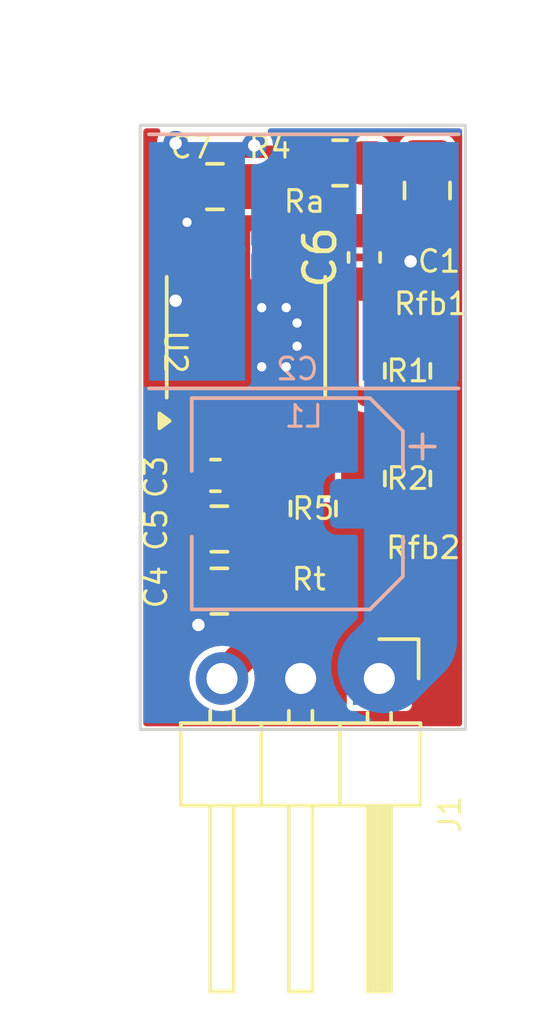
<source format=kicad_pcb>
(kicad_pcb (version 20240108) (generator "pcbnew") (generator_version "8.0")
  (title_block (comment 4 "AISLER Project ID: NTLNLRCI"))
  (layers (0 "F.Cu" signal) (31 "B.Cu" signal) (34 "B.Paste" user) (35 "F.Paste" user) (36 "B.SilkS" user "B.Silkscreen") (37 "F.SilkS" user "F.Silkscreen") (38 "B.Mask" user) (39 "F.Mask" user) (44 "Edge.Cuts" user))
  (net 0 "")
  (net 1 "+3.3V")
  (net 2 "GND")
  (net 3 "FB")
  (net 4 "SW")
  (net 5 "Net-(C1-Pad1)")
  (net 6 "Net-(U2-BST)")
  (net 7 "Net-(U2-RON)")
  (net 9 "VIN")
  (footprint "Package_SO:HSOP-8-1EP_3.9x4.9mm_P1.27mm_EP2.41x3.1mm_ThermalVias" (layer "F.Cu") (at 142.1 98.46 90)
    (property "Reference" "U2" (at -0.473 -2.273 -90) (layer "F.SilkS") (effects (font (size 0.7 0.7) (thickness 0.1))))
    (property "Value" "LM5163DDAR")
    (fp_line (start 0 -2.56) (end 1.95 -2.56) (stroke (width 0.12)) (layer "F.SilkS"))
    (fp_line (start 0 -2.56) (end -1.95 -2.56) (stroke (width 0.12)) (layer "F.SilkS"))
    (fp_line (start 0 2.56) (end 1.95 2.56) (stroke (width 0.12)) (layer "F.SilkS"))
    (fp_line (start 0 2.56) (end -1.95 2.56) (stroke (width 0.12)) (layer "F.SilkS"))
    (fp_poly (pts (xy -2.7 -2.465) (xy -2.94 -2.795) (xy -2.46 -2.795) (xy -2.7 -2.465)) (stroke (width 0.12)) (fill solid) (layer "F.SilkS"))
    (pad "1" smd roundrect (at -2.65 -1.905 90) (size 1.6 0.6) (layers "F.Cu" "F.Paste" "F.Mask") (net 2 "GND"))
    (pad "2" smd roundrect (at -2.65 -0.635 90) (size 1.6 0.6) (layers "F.Cu" "F.Paste" "F.Mask") (net 9 "VIN"))
    (pad "3" smd roundrect (at -2.65 0.635 90) (size 1.6 0.6) (layers "F.Cu" "F.Paste" "F.Mask") (net 9 "VIN"))
    (pad "4" smd roundrect (at -2.65 1.905 90) (size 1.6 0.6) (layers "F.Cu" "F.Paste" "F.Mask") (net 7 "Net-(U2-RON)"))
    (pad "5" smd roundrect (at 2.65 1.905 90) (size 1.6 0.6) (layers "F.Cu" "F.Paste" "F.Mask") (net 3 "FB"))
    (pad "6" smd roundrect (at 2.65 0.635 90) (size 1.6 0.6) (layers "F.Cu" "F.Paste" "F.Mask"))
    (pad "7" smd roundrect (at 2.65 -0.635 90) (size 1.6 0.6) (layers "F.Cu" "F.Paste" "F.Mask") (net 6 "Net-(U2-BST)"))
    (pad "8" smd roundrect (at 2.65 -1.905 90) (size 1.6 0.6) (layers "F.Cu" "F.Paste" "F.Mask") (net 4 "SW"))
    (pad "9" thru_hole circle (at -0.955 0.508 90) (size 0.5 0.5) (drill 0.3) (property pad_prop_heatsink) (layers "*.Cu") (net 2 "GND"))
    (pad "9" thru_hole circle (at -0.955 1.3 90) (size 0.5 0.5) (drill 0.3) (property pad_prop_heatsink) (layers "*.Cu") (net 2 "GND"))
    (pad "9" smd rect (at 0 0 90) (size 2.41 3.1) (property pad_prop_heatsink) (layers "F.Cu" "F.Mask") (net 2 "GND"))
    (pad "9" smd rect (at 0 0.902 90) (size 2.41 1.296) (property pad_prop_heatsink) (layers "B.Cu") (net 2 "GND"))
    (pad "9" thru_hole circle (at 0.955 0.508 90) (size 0.5 0.5) (drill 0.3) (property pad_prop_heatsink) (layers "*.Cu") (net 2 "GND"))
    (pad "9" thru_hole circle (at 0.955 1.3 90) (size 0.5 0.5) (drill 0.3) (property pad_prop_heatsink) (layers "*.Cu") (net 2 "GND"))
  )
  (footprint "Resistor_SMD:R_0805_2012Metric" (layer "F.Cu") (at 147.32 99.5445 -90)
    (property "Reference" "R1" (at 0 0 0) (layer "F.SilkS") (effects (font (size 0.7 0.7) (thickness 0.1))))
    (property "Value" "33k")
    (fp_line (start -0.227064 0.735) (end 0.227064 0.735) (stroke (width 0.12)) (layer "F.SilkS"))
    (fp_line (start -0.227064 -0.735) (end 0.227064 -0.735) (stroke (width 0.12)) (layer "F.SilkS"))
    (pad "1" smd roundrect (at -0.9125 0 270) (size 1.025 1.4) (layers "F.Cu" "F.Paste" "F.Mask") (roundrect_rratio 0.243902439) (net 1 "+3.3V"))
    (pad "2" smd roundrect (at 0.9125 0 270) (size 1.025 1.4) (layers "F.Cu" "F.Paste" "F.Mask") (roundrect_rratio 0.243902439) (net 3 "FB"))
  )
  (footprint "Capacitor_SMD:C_0603_1608Metric_Pad1.08x0.95mm_HandSolder" (layer "F.Cu") (at 141.114 102.9208 180)
    (property "Reference" "C3" (at 1.922 -0.0508 90) (layer "F.SilkS") (effects (font (size 0.7 0.7) (thickness 0.1))))
    (property "Value" "220nF, 100V, X7S")
    (fp_line (start -0.146267 0.51) (end 0.146267 0.51) (stroke (width 0.12)) (layer "F.SilkS"))
    (fp_line (start -0.146267 -0.51) (end 0.146267 -0.51) (stroke (width 0.12)) (layer "F.SilkS"))
    (pad "1" smd roundrect (at -0.8625 0 180) (size 1.075 0.95) (layers "F.Cu" "F.Paste" "F.Mask") (net 9 "VIN"))
    (pad "2" smd roundrect (at 0.8625 0 180) (size 1.075 0.95) (layers "F.Cu" "F.Paste" "F.Mask") (net 2 "GND"))
  )
  (footprint "Capacitor_SMD:C_0603_1608Metric_Pad1.08x0.95mm_HandSolder" (layer "F.Cu") (at 145.923 95.885 90)
    (property "Reference" "C6" (at 0 -1.43 90) (layer "F.SilkS"))
    (property "Value" "56pF, 50V")
    (fp_line (start -0.146267 -0.51) (end 0.146267 -0.51) (stroke (width 0.12)) (layer "F.SilkS"))
    (fp_line (start -0.146267 0.51) (end 0.146267 0.51) (stroke (width 0.12)) (layer "F.SilkS"))
    (pad "1" smd roundrect (at -0.8625 0 90) (size 1.075 0.95) (layers "F.Cu" "F.Paste" "F.Mask") (net 3 "FB"))
    (pad "2" smd roundrect (at 0.8625 0 90) (size 1.075 0.95) (layers "F.Cu" "F.Paste" "F.Mask") (net 5 "Net-(C1-Pad1)"))
  )
  (footprint "Connector_PinHeader_2.54mm:PinHeader_1x03_P2.54mm_Horizontal" (layer "F.Cu") (at 146.4056 109.474 -90)
    (property "Reference" "J1" (at 4.385 -2.27 90) (layer "F.SilkS") (effects (font (size 0.7 0.7) (thickness 0.1))))
    (property "Value" "Conn_01x03_Male")
    (fp_line (start 1.44 6.41) (end 4.1 6.41) (stroke (width 0.12)) (layer "F.SilkS"))
    (fp_line (start 4.1 6.41) (end 4.1 -1.33) (stroke (width 0.12)) (layer "F.SilkS"))
    (fp_line (start 1.042929 5.46) (end 1.44 5.46) (stroke (width 0.12)) (layer "F.SilkS"))
    (fp_line (start 10.1 5.46) (end 4.1 5.46) (stroke (width 0.12)) (layer "F.SilkS"))
    (fp_line (start 1.042929 4.7) (end 1.44 4.7) (stroke (width 0.12)) (layer "F.SilkS"))
    (fp_line (start 4.1 4.7) (end 10.1 4.7) (stroke (width 0.12)) (layer "F.SilkS"))
    (fp_line (start 10.1 4.7) (end 10.1 5.46) (stroke (width 0.12)) (layer "F.SilkS"))
    (fp_line (start 1.44 3.81) (end 4.1 3.81) (stroke (width 0.12)) (layer "F.SilkS"))
    (fp_line (start 1.042929 2.92) (end 1.44 2.92) (stroke (width 0.12)) (layer "F.SilkS"))
    (fp_line (start 10.1 2.92) (end 4.1 2.92) (stroke (width 0.12)) (layer "F.SilkS"))
    (fp_line (start 1.042929 2.16) (end 1.44 2.16) (stroke (width 0.12)) (layer "F.SilkS"))
    (fp_line (start 4.1 2.16) (end 10.1 2.16) (stroke (width 0.12)) (layer "F.SilkS"))
    (fp_line (start 10.1 2.16) (end 10.1 2.92) (stroke (width 0.12)) (layer "F.SilkS"))
    (fp_line (start 1.44 1.27) (end 4.1 1.27) (stroke (width 0.12)) (layer "F.SilkS"))
    (fp_line (start 1.11 0.38) (end 1.44 0.38) (stroke (width 0.12)) (layer "F.SilkS"))
    (fp_line (start 10.1 0.38) (end 4.1 0.38) (stroke (width 0.12)) (layer "F.SilkS"))
    (fp_line (start 4.1 0.28) (end 10.1 0.28) (stroke (width 0.12)) (layer "F.SilkS"))
    (fp_line (start 4.1 0.16) (end 10.1 0.16) (stroke (width 0.12)) (layer "F.SilkS"))
    (fp_line (start 4.1 0.04) (end 10.1 0.04) (stroke (width 0.12)) (layer "F.SilkS"))
    (fp_line (start -1.27 0) (end -1.27 -1.27) (stroke (width 0.12)) (layer "F.SilkS"))
    (fp_line (start 4.1 -0.08) (end 10.1 -0.08) (stroke (width 0.12)) (layer "F.SilkS"))
    (fp_line (start 4.1 -0.2) (end 10.1 -0.2) (stroke (width 0.12)) (layer "F.SilkS"))
    (fp_line (start 4.1 -0.32) (end 10.1 -0.32) (stroke (width 0.12)) (layer "F.SilkS"))
    (fp_line (start 1.11 -0.38) (end 1.44 -0.38) (stroke (width 0.12)) (layer "F.SilkS"))
    (fp_line (start 4.1 -0.38) (end 10.1 -0.38) (stroke (width 0.12)) (layer "F.SilkS"))
    (fp_line (start 10.1 -0.38) (end 10.1 0.38) (stroke (width 0.12)) (layer "F.SilkS"))
    (fp_line (start -1.27 -1.27) (end 0 -1.27) (stroke (width 0.12)) (layer "F.SilkS"))
    (fp_line (start 1.44 -1.33) (end 1.44 6.41) (stroke (width 0.12)) (layer "F.SilkS"))
    (fp_line (start 4.1 -1.33) (end 1.44 -1.33) (stroke (width 0.12)) (layer "F.SilkS"))
    (pad "1" thru_hole rect (at 0 0 270) (size 1.7 1.7) (drill 1) (layers "*.Cu" "*.Mask") (net 1 "+3.3V"))
    (pad "2" thru_hole oval (at 0 2.54 270) (size 1.7 1.7) (drill 1) (layers "*.Cu" "*.Mask") (net 2 "GND"))
    (pad "3" thru_hole oval (at 0 5.08 270) (size 1.7 1.7) (drill 1) (layers "*.Cu" "*.Mask") (net 9 "VIN"))
  )
  (footprint "Capacitor_SMD:C_0805_2012Metric_Pad1.18x1.45mm_HandSolder" (layer "F.Cu") (at 147.955 93.726 -90)
    (property "Reference" "C1" (at 2.286 -0.381 0) (layer "F.SilkS") (effects (font (size 0.7 0.7) (thickness 0.1))))
    (property "Value" "2200 pF, 100 V")
    (fp_line (start -0.261252 0.735) (end 0.261252 0.735) (stroke (width 0.12)) (layer "F.SilkS"))
    (fp_line (start -0.261252 -0.735) (end 0.261252 -0.735) (stroke (width 0.12)) (layer "F.SilkS"))
    (pad "1" smd roundrect (at -1.0375 0 270) (size 1.175 1.45) (layers "F.Cu" "F.Paste" "F.Mask") (roundrect_rratio 0.212766) (net 5 "Net-(C1-Pad1)"))
    (pad "2" smd roundrect (at 1.0375 0 270) (size 1.175 1.45) (layers "F.Cu" "F.Paste" "F.Mask") (roundrect_rratio 0.212766) (net 1 "+3.3V"))
  )
  (footprint "Capacitor_SMD:C_0805_2012Metric_Pad1.18x1.45mm_HandSolder" (layer "F.Cu") (at 141.241 106.654 180)
    (property "Reference" "C4" (at 2.049 0.1264 90) (layer "F.SilkS") (effects (font (size 0.7 0.7) (thickness 0.1))))
    (property "Value" "1uF, 100V, X7S")
    (fp_line (start -0.261252 0.735) (end 0.261252 0.735) (stroke (width 0.12)) (layer "F.SilkS"))
    (fp_line (start -0.261252 -0.735) (end 0.261252 -0.735) (stroke (width 0.12)) (layer "F.SilkS"))
    (pad "1" smd roundrect (at -1.0375 0 180) (size 1.175 1.45) (layers "F.Cu" "F.Paste" "F.Mask") (roundrect_rratio 0.212766) (net 9 "VIN"))
    (pad "2" smd roundrect (at 1.0375 0 180) (size 1.175 1.45) (layers "F.Cu" "F.Paste" "F.Mask") (roundrect_rratio 0.212766) (net 2 "GND"))
  )
  (footprint "Resistor_SMD:R_0805_2012Metric" (layer "F.Cu") (at 144.272 103.9895 -90)
    (property "Reference" "R5" (at 0 0 0) (layer "F.SilkS") (effects (font (size 0.7 0.7) (thickness 0.1))))
    (property "Value" "100k")
    (fp_line (start -0.227064 0.735) (end 0.227064 0.735) (stroke (width 0.12)) (layer "F.SilkS"))
    (fp_line (start -0.227064 -0.735) (end 0.227064 -0.735) (stroke (width 0.12)) (layer "F.SilkS"))
    (pad "1" smd roundrect (at -0.9125 0 270) (size 1.025 1.4) (layers "F.Cu" "F.Paste" "F.Mask") (roundrect_rratio 0.243902) (net 7 "Net-(U2-RON)"))
    (pad "2" smd roundrect (at 0.9125 0 270) (size 1.025 1.4) (layers "F.Cu" "F.Paste" "F.Mask") (roundrect_rratio 0.243902) (net 2 "GND"))
  )
  (footprint "Resistor_SMD:R_0805_2012Metric" (layer "F.Cu") (at 145.1375 92.837)
    (property "Reference" "R4" (at -2.2625 -0.508 0) (layer "F.SilkS") (effects (font (size 0.7 0.7) (thickness 0.1))))
    (property "Value" "~")
    (fp_line (start -0.227064 -0.735) (end 0.227064 -0.735) (stroke (width 0.12)) (layer "F.SilkS"))
    (fp_line (start -0.227064 0.735) (end 0.227064 0.735) (stroke (width 0.12)) (layer "F.SilkS"))
    (pad "1" smd roundrect (at -0.9125 0) (size 1.025 1.4) (layers "F.Cu" "F.Paste" "F.Mask") (roundrect_rratio 0.243902) (net 4 "SW"))
    (pad "2" smd roundrect (at 0.9125 0) (size 1.025 1.4) (layers "F.Cu" "F.Paste" "F.Mask") (roundrect_rratio 0.243902) (net 5 "Net-(C1-Pad1)"))
  )
  (footprint "Resistor_SMD:R_0805_2012Metric" (layer "F.Cu") (at 147.32 103.0205 -90)
    (property "Reference" "R2" (at 0 0 0) (layer "F.SilkS") (effects (font (size 0.7 0.7) (thickness 0.1))))
    (property "Value" "10k")
    (fp_line (start -0.227064 0.735) (end 0.227064 0.735) (stroke (width 0.12)) (layer "F.SilkS"))
    (fp_line (start -0.227064 -0.735) (end 0.227064 -0.735) (stroke (width 0.12)) (layer "F.SilkS"))
    (pad "1" smd roundrect (at -0.9125 0 270) (size 1.025 1.4) (layers "F.Cu" "F.Paste" "F.Mask") (roundrect_rratio 0.243902439) (net 3 "FB"))
    (pad "2" smd roundrect (at 0.9125 0 270) (size 1.025 1.4) (layers "F.Cu" "F.Paste" "F.Mask") (roundrect_rratio 0.243902439) (net 2 "GND"))
  )
  (footprint "Capacitor_SMD:C_0805_2012Metric_Pad1.18x1.45mm_HandSolder" (layer "F.Cu") (at 141.241 104.648 180)
    (property "Reference" "C5" (at 2.049 -0.026 90) (layer "F.SilkS") (effects (font (size 0.7 0.7) (thickness 0.1))))
    (property "Value" "1uF, 100V, X7S")
    (fp_line (start -0.261252 0.735) (end 0.261252 0.735) (stroke (width 0.12)) (layer "F.SilkS"))
    (fp_line (start -0.261252 -0.735) (end 0.261252 -0.735) (stroke (width 0.12)) (layer "F.SilkS"))
    (pad "1" smd roundrect (at -1.0375 0 180) (size 1.175 1.45) (layers "F.Cu" "F.Paste" "F.Mask") (roundrect_rratio 0.212766) (net 9 "VIN"))
    (pad "2" smd roundrect (at 1.0375 0 180) (size 1.175 1.45) (layers "F.Cu" "F.Paste" "F.Mask") (roundrect_rratio 0.212766) (net 2 "GND"))
  )
  (footprint "Capacitor_SMD:C_0805_2012Metric_Pad1.18x1.45mm_HandSolder" (layer "F.Cu") (at 141.097 93.599 180)
    (property "Reference" "C7" (at 0.762 1.27 0) (layer "F.SilkS") (effects (font (size 0.7 0.7) (thickness 0.1))))
    (property "Value" "2200 pF, 50 V")
    (fp_line (start -0.261252 0.735) (end 0.261252 0.735) (stroke (width 0.12)) (layer "F.SilkS"))
    (fp_line (start -0.261252 -0.735) (end 0.261252 -0.735) (stroke (width 0.12)) (layer "F.SilkS"))
    (pad "1" smd roundrect (at -1.0375 0 180) (size 1.175 1.45) (layers "F.Cu" "F.Paste" "F.Mask") (roundrect_rratio 0.212766) (net 6 "Net-(U2-BST)"))
    (pad "2" smd roundrect (at 1.0375 0 180) (size 1.175 1.45) (layers "F.Cu" "F.Paste" "F.Mask") (roundrect_rratio 0.212766) (net 4 "SW"))
  )
  (footprint "Inductor_SMD:L_Taiyo-Yuden_NR-80xx_HandSoldering" (layer "B.Cu") (at 143.9672 96.012)
    (property "Reference" "L1" (at 0 5 0) (layer "B.SilkS") (effects (font (size 0.7 0.7) (thickness 0.1)) (justify mirror)))
    (property "Value" "100uH")
    (fp_line (start 5 -4.1) (end -5 -4.1) (stroke (width 0.12)) (layer "B.SilkS"))
    (fp_line (start 5 4.1) (end -5 4.1) (stroke (width 0.12)) (layer "B.SilkS"))
    (pad "1" smd rect (at -3.45 0) (size 3.1 7.7) (layers "B.Cu" "B.Paste" "B.Mask") (net 4 "SW"))
    (pad "2" smd rect (at 3.45 0) (size 3.1 7.7) (layers "B.Cu" "B.Paste" "B.Mask") (net 1 "+3.3V"))
  )
  (footprint "Capacitor_SMD:CP_Elec_6.3x5.9" (layer "B.Cu") (at 143.758 103.8352 180)
    (property "Reference" "C2" (at 0 4.35 0) (layer "B.SilkS") (effects (font (size 0.7 0.7) (thickness 0.1)) (justify mirror)))
    (property "Value" "22uF, 25V, X7R")
    (fp_line (start 3.41 3.41) (end 3.41 1.06) (stroke (width 0.12)) (layer "B.SilkS"))
    (fp_line (start 3.41 -3.41) (end 3.41 -1.06) (stroke (width 0.12)) (layer "B.SilkS"))
    (fp_line (start -2.345563 3.41) (end 3.41 3.41) (stroke (width 0.12)) (layer "B.SilkS"))
    (fp_line (start -2.345563 -3.41) (end 3.41 -3.41) (stroke (width 0.12)) (layer "B.SilkS"))
    (fp_line (start -3.41 2.345563) (end -2.345563 3.41) (stroke (width 0.12)) (layer "B.SilkS"))
    (fp_line (start -3.41 2.345563) (end -3.41 1.06) (stroke (width 0.12)) (layer "B.SilkS"))
    (fp_line (start -3.41 -2.345563) (end -2.345563 -3.41) (stroke (width 0.12)) (layer "B.SilkS"))
    (fp_line (start -3.41 -2.345563) (end -3.41 -1.06) (stroke (width 0.12)) (layer "B.SilkS"))
    (fp_line (start -4.04375 2.24125) (end -4.04375 1.45375) (stroke (width 0.12)) (layer "B.SilkS"))
    (fp_line (start -4.4375 1.8475) (end -3.65 1.8475) (stroke (width 0.12)) (layer "B.SilkS"))
    (pad "1" smd roundrect (at -2.8 0 180) (size 3.5 1.6) (layers "B.Cu" "B.Paste" "B.Mask") (roundrect_rratio 0.15625) (net 1 "+3.3V"))
    (pad "2" smd roundrect (at 2.8 0 180) (size 3.5 1.6) (layers "B.Cu" "B.Paste" "B.Mask") (roundrect_rratio 0.15625) (net 2 "GND"))
  )
  (gr_rect (start 138.684 91.6178) (end 149.184 111.1178) (stroke (width 0.1)) (fill none) (layer "Edge.Cuts"))
  (gr_text "Rt" (at 143.51 106.68 0) (layer "F.SilkS") (effects (font (size 0.7 0.7) (thickness 0.1)) (justify left bottom)))
  (gr_text "Rfb1" (at 146.812 97.79 0) (layer "F.SilkS") (effects (font (size 0.7 0.7) (thickness 0.1)) (justify left bottom)))
  (gr_text "Ra" (at 143.256 94.488 0) (layer "F.SilkS") (effects (font (size 0.7 0.7) (thickness 0.1)) (justify left bottom)))
  (gr_text "Rfb2" (at 146.558 105.664 0) (layer "F.SilkS") (effects (font (size 0.7 0.7) (thickness 0.1)) (justify left bottom)))
  (segment (start 147.4172 96.012) (end 147.4172 98.2212) (width 0.4) (layer "F.Cu") (net 1))
  (segment (start 147.955 95.4742) (end 147.4172 96.012) (width 0.4) (layer "F.Cu") (net 1))
  (segment (start 147.8045 98.6555) (end 147.828 98.632) (width 0.4) (layer "F.Cu") (net 1))
  (segment (start 147.4172 98.2212) (end 147.828 98.632) (width 0.4) (layer "F.Cu") (net 1))
  (segment (start 147.955 94.7635) (end 147.955 95.4742) (width 0.4) (layer "F.Cu") (net 1))
  (via (at 147.4172 96.012) (size 0.8) (drill 0.4) (layers "F.Cu" "B.Cu") (net 1))
  (segment (start 147.4172 96.012) (end 147.4172 108.2338) (width 3) (layer "B.Cu") (net 1))
  (segment (start 146.558 109.093) (end 146.558 109.5502) (width 2) (layer "B.Cu") (net 1))
  (segment (start 147.002 96.4158) (end 147.4172 96.012) (width 0.4) (layer "B.Cu") (net 1))
  (segment (start 147.4172 108.2338) (end 146.558 109.093) (width 3) (layer "B.Cu") (net 1))
  (segment (start 147.4172 96.012) (end 146.2172 95.631) (width 0.4) (layer "B.Cu") (net 1))
  (segment (start 147.002 99.187) (end 147.002 96.4158) (width 0.4) (layer "B.Cu") (net 1))
  (segment (start 140.2035 106.654) (end 140.2035 101.1185) (width 1) (layer "F.Cu") (net 2))
  (segment (start 147.32 103.933) (end 145.241 103.933) (width 0.4) (layer "F.Cu") (net 2))
  (segment (start 145.241 103.933) (end 144.272 104.902) (width 0.4) (layer "F.Cu") (net 2))
  (segment (start 140.2035 101.1185) (end 140.195 101.11) (width 1) (layer "F.Cu") (net 2))
  (via (at 140.5636 107.7468) (size 0.8) (drill 0.4) (layers "F.Cu" "B.Cu") (net 2))
  (via (at 143.75 98.75) (size 0.5) (drill 0.3) (layers "F.Cu" "B.Cu") (net 2))
  (via (at 143.75 98) (size 0.5) (drill 0.3) (layers "F.Cu" "B.Cu") (net 2))
  (segment (start 140.7193 104.2162) (end 140.9993 104.2162) (width 0.4) (layer "B.Cu") (net 2))
  (segment (start 145.923 100.4805) (end 145.542 100.0995) (width 0.4) (layer "F.Cu") (net 3))
  (segment (start 145.542 97.347) (end 144.005 95.81) (width 0.4) (layer "F.Cu") (net 3))
  (segment (start 145.542 100.0995) (end 145.542 97.347) (width 0.4) (layer "F.Cu") (net 3))
  (segment (start 145.9465 100.457) (end 145.923 100.4805) (width 0.4) (layer "F.Cu") (net 3))
  (segment (start 147.32 100.457) (end 145.9465 100.457) (width 0.4) (layer "F.Cu") (net 3))
  (segment (start 147.32 102.108) (end 147.32 100.457) (width 0.4) (layer "F.Cu") (net 3))
  (segment (start 139.827 93.3665) (end 140.0595 93.599) (width 0.4) (layer "F.Cu") (net 4))
  (segment (start 139.827 97.282) (end 139.827 96.178) (width 0.4) (layer "F.Cu") (net 4))
  (segment (start 140.195 94.75) (end 140.195 95.81) (width 0.4) (layer "F.Cu") (net 4))
  (segment (start 140.195 93.799834) (end 140.195 94.75) (width 0.4) (layer "F.Cu") (net 4))
  (segment (start 143.862 92.474) (end 141.1845 92.474) (width 0.4) (layer "F.Cu") (net 4))
  (segment (start 142.367 92.274) (end 142.367 92.474) (width 0.4) (layer "F.Cu") (net 4))
  (segment (start 141.1845 92.474) (end 140.0595 93.599) (width 0.4) (layer "F.Cu") (net 4))
  (segment (start 139.827 96.178) (end 140.195 95.81) (width 0.4) (layer "F.Cu") (net 4))
  (segment (start 139.827 92.202) (end 139.827 93.3665) (width 0.4) (layer "F.Cu") (net 4))
  (segment (start 144.225 92.837) (end 143.862 92.474) (width 0.4) (layer "F.Cu") (net 4))
  (segment (start 142.367 92.474) (end 141.520834 92.474) (width 0.4) (layer "F.Cu") (net 4))
  (via (at 142.367 92.274) (size 0.8) (drill 0.4) (layers "F.Cu" "B.Cu") (net 4))
  (via (at 139.827 97.282) (size 0.8) (drill 0.4) (layers "F.Cu" "B.Cu") (net 4))
  (via (at 140.195 94.75) (size 0.5) (drill 0.3) (layers "F.Cu" "B.Cu") (net 4))
  (via (at 139.827 92.202) (size 0.8) (drill 0.4) (layers "F.Cu" "B.Cu") (net 4))
  (segment (start 141.605 99.187) (end 141.478 99.06) (width 0.4) (layer "B.Cu") (net 4))
  (segment (start 141.7172 95.631) (end 140.503 96.8452) (width 0.75) (layer "B.Cu") (net 4))
  (segment (start 146.05 92.837) (end 147.8065 92.837) (width 0.4) (layer "F.Cu") (net 5))
  (segment (start 147.8065 92.837) (end 147.955 92.6885) (width 0.4) (layer "F.Cu") (net 5))
  (segment (start 146.05 94.7205) (end 145.923 94.8475) (width 0.4) (layer "F.Cu") (net 5))
  (segment (start 146.05 92.837) (end 146.05 94.7205) (width 0.4) (layer "F.Cu") (net 5))
  (segment (start 141.465 95.81) (end 141.465 94.2685) (width 0.4) (layer "F.Cu") (net 6))
  (segment (start 141.465 94.2685) (end 142.1345 93.599) (width 0.4) (layer "F.Cu") (net 6))
  (segment (start 144.005 101.11) (end 144.005 102.81) (width 0.4) (layer "F.Cu") (net 7))
  (segment (start 144.005 102.81) (end 144.272 103.077) (width 0.4) (layer "F.Cu") (net 7))
  (segment (start 141.986 101.1936) (end 141.986 102.8785) (width 1.2) (layer "F.Cu") (net 9))
  (segment (start 142.2785 104.622) (end 142.2785 106.654) (width 1) (layer "F.Cu") (net 9))
  (segment (start 142.2785 103.19) (end 141.9765 102.888) (width 0.4) (layer "F.Cu") (net 9))
  (segment (start 141.986 102.8785) (end 141.9765 102.888) (width 1) (layer "F.Cu") (net 9))
  (segment (start 142.2785 104.622) (end 142.2785 103.19) (width 1) (layer "F.Cu") (net 9))
  (segment (start 142.2785 108.4745) (end 142.2785 106.654) (width 1) (layer "F.Cu") (net 9))
  (segment (start 141.336 109.417) (end 142.2785 108.4745) (width 1) (layer "F.Cu") (net 9))
  (zone (net 2) (net_name "GND") (layer "F.Cu") (connect_pads yes (clearance 0.2)) (min_thickness 0.2) (fill yes (thermal_gap 0.2) (thermal_bridge_width 0.7))
    (polygon (pts (xy 151.765 111.633) (xy 136.525 111.633) (xy 136.525 89.535) (xy 151.765 89.535)))
  )
  (zone (net 2) (net_name "GND") (layer "B.Cu") (connect_pads yes (clearance 0.2)) (min_thickness 0.2) (fill yes (thermal_gap 0.2) (thermal_bridge_width 0.7))
    (polygon (pts (xy 150.5712 110.9218) (xy 135.3312 110.9218) (xy 135.3312 88.8238) (xy 150.5712 88.8238)))
  )
)
</source>
